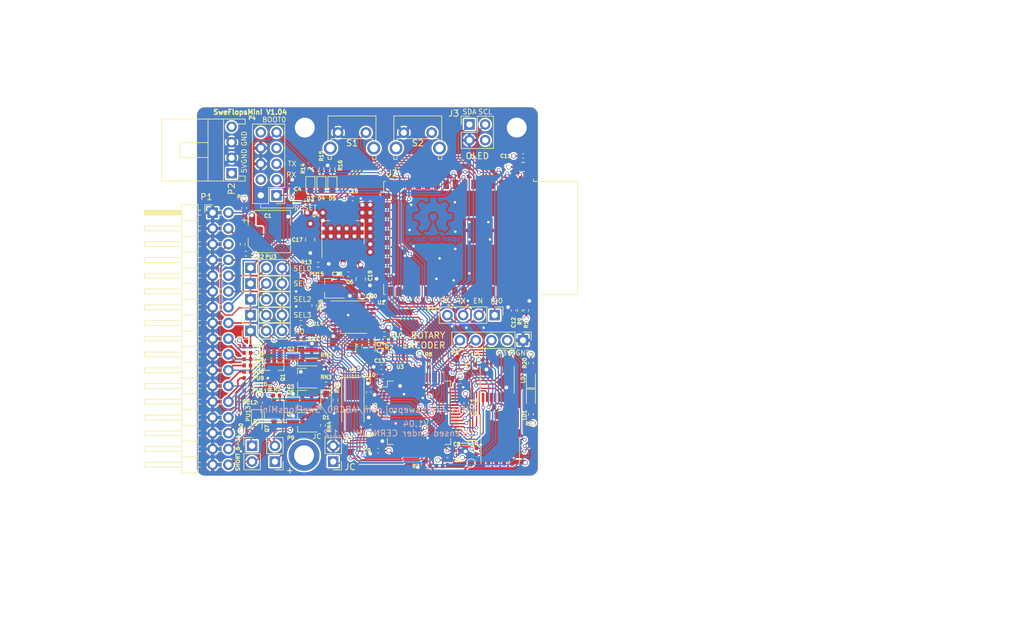
<source format=kicad_pcb>
(kicad_pcb
	(version 20241229)
	(generator "pcbnew")
	(generator_version "9.0")
	(general
		(thickness 1.6)
		(legacy_teardrops no)
	)
	(paper "A4")
	(title_block
		(title "SweFlopsMini")
		(date "2024-01-28")
		(rev "1.04")
		(company "SweProj")
		(comment 1 "Licensed under CERN OHL v.1.2")
	)
	(layers
		(0 "F.Cu" signal)
		(4 "In1.Cu" signal)
		(6 "In2.Cu" signal)
		(2 "B.Cu" signal)
		(13 "F.Paste" user)
		(15 "B.Paste" user)
		(5 "F.SilkS" user "F.Silkscreen")
		(7 "B.SilkS" user "B.Silkscreen")
		(1 "F.Mask" user)
		(3 "B.Mask" user)
		(25 "Edge.Cuts" user)
		(27 "Margin" user)
		(31 "F.CrtYd" user "F.Courtyard")
		(29 "B.CrtYd" user "B.Courtyard")
		(35 "F.Fab" user)
	)
	(setup
		(stackup
			(layer "F.SilkS"
				(type "Top Silk Screen")
			)
			(layer "F.Paste"
				(type "Top Solder Paste")
			)
			(layer "F.Mask"
				(type "Top Solder Mask")
				(thickness 0.01)
			)
			(layer "F.Cu"
				(type "copper")
				(thickness 0.035)
			)
			(layer "dielectric 1"
				(type "prepreg")
				(thickness 0.1)
				(material "FR4")
				(epsilon_r 4.5)
				(loss_tangent 0.02)
			)
			(layer "In1.Cu"
				(type "copper")
				(thickness 0.035)
			)
			(layer "dielectric 2"
				(type "core")
				(thickness 1.24)
				(material "FR4")
				(epsilon_r 4.5)
				(loss_tangent 0.02)
			)
			(layer "In2.Cu"
				(type "copper")
				(thickness 0.035)
			)
			(layer "dielectric 3"
				(type "prepreg")
				(thickness 0.1)
				(material "FR4")
				(epsilon_r 4.5)
				(loss_tangent 0.02)
			)
			(layer "B.Cu"
				(type "copper")
				(thickness 0.035)
			)
			(layer "B.Mask"
				(type "Bottom Solder Mask")
				(thickness 0.01)
			)
			(layer "B.Paste"
				(type "Bottom Solder Paste")
			)
			(layer "B.SilkS"
				(type "Bottom Silk Screen")
			)
			(copper_finish "None")
			(dielectric_constraints no)
		)
		(pad_to_mask_clearance 0)
		(solder_mask_min_width 0.25)
		(pad_to_paste_clearance -0.000076)
		(allow_soldermask_bridges_in_footprints no)
		(tenting front back)
		(aux_axis_origin 86.26 30.19)
		(pcbplotparams
			(layerselection 0x00000000_00000000_55555555_575555ff)
			(plot_on_all_layers_selection 0x00000000_00000000_00000000_00000000)
			(disableapertmacros no)
			(usegerberextensions no)
			(usegerberattributes no)
			(usegerberadvancedattributes no)
			(creategerberjobfile no)
			(dashed_line_dash_ratio 12.000000)
			(dashed_line_gap_ratio 3.000000)
			(svgprecision 4)
			(plotframeref no)
			(mode 1)
			(useauxorigin yes)
			(hpglpennumber 1)
			(hpglpenspeed 20)
			(hpglpendiameter 15.000000)
			(pdf_front_fp_property_popups yes)
			(pdf_back_fp_property_popups yes)
			(pdf_metadata yes)
			(pdf_single_document no)
			(dxfpolygonmode yes)
			(dxfimperialunits yes)
			(dxfusepcbnewfont yes)
			(psnegative no)
			(psa4output no)
			(plot_black_and_white yes)
			(sketchpadsonfab no)
			(plotpadnumbers no)
			(hidednponfab no)
			(sketchdnponfab yes)
			(crossoutdnponfab yes)
			(subtractmaskfromsilk no)
			(outputformat 1)
			(mirror no)
			(drillshape 0)
			(scaleselection 1)
			(outputdirectory "gerbers")
		)
	)
	(net 0 "")
	(net 1 "GND")
	(net 2 "Net-(U3-PD0)")
	(net 3 "/nrst")
	(net 4 "Net-(U3-PD1)")
	(net 5 "+3V3")
	(net 6 "+5V")
	(net 7 "Net-(D1-K)")
	(net 8 "Net-(D1-A)")
	(net 9 "/disp_clk")
	(net 10 "/disp_dio")
	(net 11 "/~{selx}")
	(net 12 "/~{dskchg}")
	(net 13 "/~{inuse}")
	(net 14 "/~{index}")
	(net 15 "/~{sel0}")
	(net 16 "/~{sel1}")
	(net 17 "/~{mtron}")
	(net 18 "/dir")
	(net 19 "/~{step}")
	(net 20 "/~{wdata}")
	(net 21 "/~{wgate}")
	(net 22 "/~{trk0}")
	(net 23 "/~{wprot}")
	(net 24 "/~{rdata}")
	(net 25 "/~{side}")
	(net 26 "/~{rdy}")
	(net 27 "/rx")
	(net 28 "/tx")
	(net 29 "/boot0")
	(net 30 "/ja")
	(net 31 "/jb")
	(net 32 "/jc")
	(net 33 "Net-(LD1-A)")
	(net 34 "/usb+")
	(net 35 "/usb-")
	(net 36 "Net-(RN1-Pad2)")
	(net 37 "Net-(RN2-Pad2)")
	(net 38 "Net-(RN3-Pad2)")
	(net 39 "Net-(RN4-Pad2)")
	(net 40 "Net-(RN6-Pad2)")
	(net 41 "/~{index_3v3}")
	(net 42 "/~{trk0_3v3}")
	(net 43 "/~{wprot_3v3}")
	(net 44 "/~{rdy_3v3}")
	(net 45 "/~{rdata_3v3}")
	(net 46 "/~{dskchg_3v3}")
	(net 47 "Net-(LD2-A)")
	(net 48 "unconnected-(U2-IO07-Pad10)")
	(net 49 "unconnected-(U3-VBAT-Pad1)")
	(net 50 "/~{sely}")
	(net 51 "/io2")
	(net 52 "/enc_dt")
	(net 53 "/enc_clk")
	(net 54 "/~{sel3}")
	(net 55 "/~{sel2}")
	(net 56 "/spk-")
	(net 57 "/spk+")
	(net 58 "/io1")
	(net 59 "/boot1")
	(net 60 "unconnected-(P2-Pin_4-Pad4)")
	(net 61 "Net-(Q1-G)")
	(net 62 "Net-(Q2-G)")
	(net 63 "Net-(Q3-G)")
	(net 64 "Net-(Q4-G)")
	(net 65 "Net-(Q6-G)")
	(net 66 "Net-(Q7-B)")
	(net 67 "/bt_right")
	(net 68 "/bt_left")
	(net 69 "unconnected-(U3-PC0-Pad8)")
	(net 70 "unconnected-(U3-PC1-Pad9)")
	(net 71 "unconnected-(U3-PC2-Pad10)")
	(net 72 "unconnected-(U3-PC3-Pad11)")
	(net 73 "unconnected-(U3-PA4-Pad20)")
	(net 74 "unconnected-(U3-PA5-Pad21)")
	(net 75 "unconnected-(U3-PA6-Pad22)")
	(net 76 "/spi_cs")
	(net 77 "/spi_clk")
	(net 78 "/spi_do")
	(net 79 "/spi_di")
	(net 80 "/swdio")
	(net 81 "/swclk")
	(net 82 "unconnected-(U3-PD2-Pad54)")
	(net 83 "/SD_DETECT")
	(net 84 "/esp32_tx")
	(net 85 "/esp32_rx")
	(net 86 "Net-(D3-K)")
	(net 87 "Net-(D3-A)")
	(net 88 "Net-(D4-K)")
	(net 89 "unconnected-(U2-IO13-Pad16)")
	(net 90 "unconnected-(U2-IO14-Pad17)")
	(net 91 "unconnected-(U2-IO15-Pad18)")
	(net 92 "unconnected-(U2-IO16-Pad19)")
	(net 93 "unconnected-(U2-IO17-Pad20)")
	(net 94 "unconnected-(U2-IO18-Pad21)")
	(net 95 "unconnected-(U2-USB_D--Pad22)")
	(net 96 "unconnected-(U2-USB_D+-Pad23)")
	(net 97 "/spi_sel")
	(net 98 "unconnected-(U2-IO26-Pad25)")
	(net 99 "unconnected-(U2-IO42-Pad36)")
	(net 100 "unconnected-(U2-IO45-Pad39)")
	(net 101 "unconnected-(U2-IO46-Pad40)")
	(net 102 "Net-(C12-Pad1)")
	(net 103 "ESP32_EN")
	(net 104 "ESP32_IO0")
	(net 105 "Net-(D4-A)")
	(net 106 "Net-(D5-K)")
	(net 107 "Net-(D5-A)")
	(net 108 "Net-(U3-PC12)")
	(net 109 "unconnected-(U6-DAT2-Pad1)")
	(net 110 "unconnected-(U6-DAT1-Pad7)")
	(net 111 "unconnected-(H4-Pad1)")
	(net 112 "/spi_di_esp")
	(net 113 "/spi_clk_esp")
	(net 114 "/spi_do_esp")
	(net 115 "/spi_cs_esp")
	(net 116 "/spi_cs_stm")
	(net 117 "/spi_clk_stm")
	(net 118 "/spi_do_stm")
	(net 119 "/spi_di_stm")
	(net 120 "/sd_gnd")
	(net 121 "/sd_pwr")
	(net 122 "Net-(Q9-G)")
	(footprint "Capacitor_SMD:C_0402_1005Metric" (layer "F.Cu") (at 122.936 101.346 90))
	(footprint "Capacitor_SMD:C_0402_1005Metric" (layer "F.Cu") (at 110.49 68.552 90))
	(footprint "Capacitor_SMD:C_0402_1005Metric" (layer "F.Cu") (at 122.936 103.604 -90))
	(footprint "Capacitor_SMD:C_0402_1005Metric" (layer "F.Cu") (at 123.25 106.934 180))
	(footprint "Capacitor_SMD:C_0402_1005Metric" (layer "F.Cu") (at 137.696 99.568))
	(footprint "Capacitor_SMD:C_0402_1005Metric" (layer "F.Cu") (at 124.46 110.744 180))
	(footprint "Capacitor_SMD:C_0402_1005Metric" (layer "F.Cu") (at 125.194 98.806 180))
	(footprint "Capacitor_SMD:C_0805_2012Metric" (layer "F.Cu") (at 113.5126 76.7334 -90))
	(footprint "Capacitor_SMD:C_0402_1005Metric" (layer "F.Cu") (at 120.368 70.104))
	(footprint "Capacitor_SMD:C_0805_2012Metric" (layer "F.Cu") (at 121.666 83.058 -90))
	(footprint "Capacitor_SMD:C_0402_1005Metric" (layer "F.Cu") (at 121.412 85.852 180))
	(footprint "Capacitor_SMD:C_0402_1005Metric" (layer "F.Cu") (at 119.662 82.296 180))
	(footprint "SweFlopsMini:PinHeader_2x17_P2.54mm_Horizontal" (layer "F.Cu") (at 97.79 72.39))
	(footprint "Resistor_SMD:R_0402_1005Metric" (layer "F.Cu") (at 102.87 71.628 -90))
	(footprint "Resistor_SMD:R_0402_1005Metric" (layer "F.Cu") (at 102.616 77.472 90))
	(footprint "Resistor_SMD:R_0402_1005Metric" (layer "F.Cu") (at 103.124 78.994 180))
	(footprint "Resistor_SMD:R_0402_1005Metric" (layer "F.Cu") (at 103.378 93.98 180))
	(footprint "Resistor_SMD:R_0402_1005Metric" (layer "F.Cu") (at 103.378 94.996 180))
	(footprint "Resistor_SMD:R_0402_1005Metric" (layer "F.Cu") (at 103.38 96.012 180))
	(footprint "Resistor_SMD:R_0402_1005Metric" (layer "F.Cu") (at 103.378 97.028 180))
	(footprint "Resistor_SMD:R_0402_1005Metric" (layer "F.Cu") (at 103.378 98.044 180))
	(footprint "Resistor_SMD:R_0402_1005Metric" (layer "F.Cu") (at 103.378 99.06 180))
	(footprint "Resistor_SMD:R_0402_1005Metric" (layer "F.Cu") (at 103.38 100.076 180))
	(footprint "Resistor_SMD:R_0402_1005Metric" (layer "F.Cu") (at 103.378 101.092 180))
	(footprint "Resistor_SMD:R_0402_1005Metric" (layer "F.Cu") (at 103.378 102.108 180))
	(footprint "Resistor_SMD:R_0402_1005Metric" (layer "F.Cu") (at 103.378 107.059 -90))
	(footprint "Resistor_SMD:R_0402_1005Metric" (layer "F.Cu") (at 112.016 92.71))
	(footprint "Resistor_SMD:R_0402_1005Metric" (layer "F.Cu") (at 116.08 96.52))
	(footprint "Resistor_SMD:R_0402_1005Metric" (layer "F.Cu") (at 116.078 100.076))
	(footprint "Resistor_SMD:R_0402_1005Metric" (layer "F.Cu") (at 115.57 106.68 90))
	(footprint "Resistor_SMD:R_0402_1005Metric"
		(layer "F.Cu")
		(uuid "00000000-0000-0000-0000-00005d397615")
		(at 117.602 102.614 90)
		(descr "Resistor SMD 0402 (1005 Metric), square (rectangular) end terminal, IPC_7351 nominal, (Body size source: IPC-SM-782 page 72, https://www.pcb-3d.com/wordpress/wp-content/uploads/ipc-sm-782a_amendment_1_and_2.pdf), generated with kicad-footprint-generator")
		(tags "resistor")
		(property "Reference" "RN5"
			(at 2.03 0.254 90)
			(layer "F.SilkS")
			(uuid "aaf9cf91-1dfc-4402-a465-e7a44c09e032")
			(effects
				(font
					(size 0.6 0.6)
					(thickness 0.15)
				)
			)
		)
		(property "Value" "1k"
			(at 0 1.17 90)
			(layer "F.Fab")
			(uuid "20fe6673-ed21-4460-8a0c-7e000c23570a")
			(effects
				(font
					(size 1 1)
					(thickness 0.15)
				)
			)
		)
		(property "Datasheet" ""
			(at 0 0 90)
			(layer "F.Fab")
			(hide yes)
			(uuid "9f35ef7b-7fb6-44c8-a20b-8606d6b67e8b")
			(effects
				(font
					(size 1.27 1.27)
					(thickness 0.15)
				)
			)
		)
		(property "Description" "Resistor"
			(at 0 0 90)
			(layer "F.Fab")
			(hide yes)
			(uuid "4098aea1-7f08-4e88-8105-7e5ef81d24a2")
			(effects
				(font
					(size 1.27 1.27)
					(thickness 0.15)
				)
			)
		)
		(property "JLCPCB PN" ""
			(at 220.216 -14.988 0)
			(layer "F.Fab")
			(hide yes)
			(uuid "84083670-3804-4b40-a6c9-c30ed17ee3c0")
			(effects
				(font
					(size 1 1)
					(thickness 0.15)
				)
			)
		)
		(property "LCSC" "C11702"
			(at 220.216 -14.988 0)
			(layer "F.Fab")
			(hide yes)
			(uuid "1068c827-e8a6-450d-a92d-314222442cce")
			(effects
				(font
					(size 1 1)
					(thickness 0.15)
				)
			)
		)
		(property "MFG Name" ""
			(at 220.216 -14.988 0)
			(layer "F.Fab")
			(hide yes)
	
... [2363011 chars truncated]
</source>
